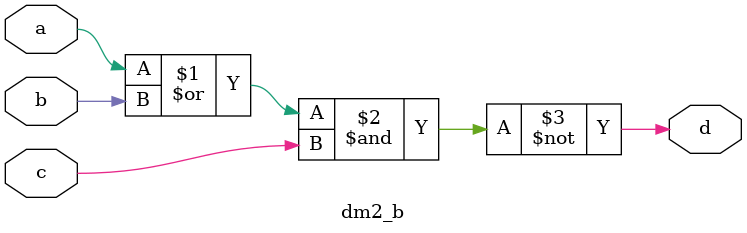
<source format=v>
`timescale 1ns / 1ps

module dm2_b(
    input a, b, c,
    output d
    );

    assign d = ~((a|b)&c);

endmodule
</source>
